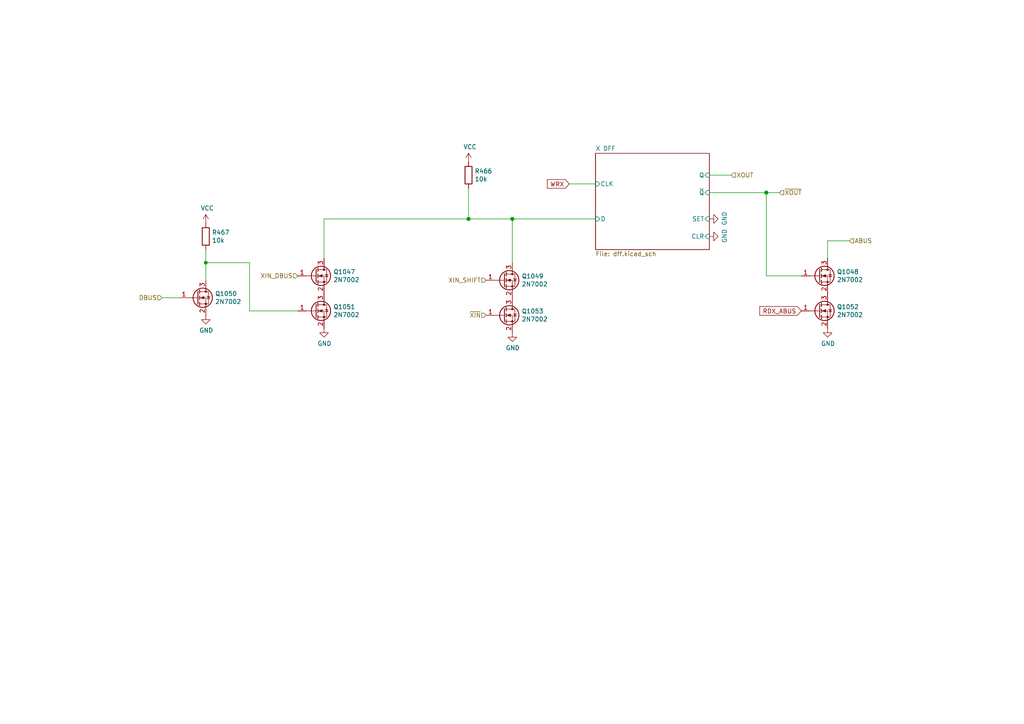
<source format=kicad_sch>
(kicad_sch (version 20210126) (generator eeschema)
  (paper "A4")
  (title_block (title "Q2 X Register Bit") (date "2021-02-05") (rev "1") (company "joewing.net"))
  (lib_symbols
    (symbol "Device:R" (pin_numbers hide) (pin_names (offset 0))
      (property "Reference" "R" (at 2.032 0 90))
      (property "Value" "R" (at 0 0 90))
      (symbol "R_0_1"
        (rectangle (start -1.016 -2.54) (end 1.016 2.54) (stroke (width 0.254)))
      )
      (symbol "R_1_1"
        (pin passive line (at 0 3.81 270) (length 1.27) (name "~") (number "1"))
        (pin passive line (at 0 -3.81 90) (length 1.27) (name "~") (number "2"))
      )
    )
    (symbol "Transistor_FET:2N7002" (pin_names hide)
      (property "Reference" "Q" (at 5.08 1.905 0))
      (property "Value" "2N7002" (at 5.08 0 0))
      (symbol "2N7002_0_1"
        (circle (center 1.651 0) (radius 2.794) (stroke (width 0.254)))
        (circle (center 2.54 -1.778) (radius 0.254) (fill (type outline)))
        (circle (center 2.54 1.778) (radius 0.254) (fill (type outline)))
        (polyline (pts (xy 0.254 0) (xy -2.54 0)))
        (polyline (pts (xy 0.254 1.905) (xy 0.254 -1.905)) (stroke (width 0.254)))
        (polyline (pts (xy 0.762 -1.27) (xy 0.762 -2.286)) (stroke (width 0.254)))
        (polyline (pts (xy 0.762 0.508) (xy 0.762 -0.508)) (stroke (width 0.254)))
        (polyline (pts (xy 0.762 2.286) (xy 0.762 1.27)) (stroke (width 0.254)))
        (polyline (pts (xy 2.54 2.54) (xy 2.54 1.778)))
        (polyline (pts (xy 2.54 -2.54) (xy 2.54 0) (xy 0.762 0)))
        (polyline (pts (xy 0.762 -1.778) (xy 3.302 -1.778) (xy 3.302 1.778) (xy 0.762 1.778)))
        (polyline (pts (xy 2.794 0.508) (xy 2.921 0.381) (xy 3.683 0.381) (xy 3.81 0.254)))
        (polyline (pts (xy 3.302 0.381) (xy 2.921 -0.254) (xy 3.683 -0.254) (xy 3.302 0.381)))
        (polyline (pts (xy 1.016 0) (xy 2.032 0.381) (xy 2.032 -0.381) (xy 1.016 0)) (fill (type outline)))
      )
      (symbol "2N7002_1_1"
        (pin input line (at -5.08 0 0) (length 2.54) (name "G") (number "1"))
        (pin passive line (at 2.54 -5.08 90) (length 2.54) (name "S") (number "2"))
        (pin passive line (at 2.54 5.08 270) (length 2.54) (name "D") (number "3"))
      )
    )
    (symbol "power:GND" (power) (pin_names (offset 0))
      (property "Value" "GND" (at 0 -3.81 0))
      (symbol "GND_0_1"
        (polyline (pts (xy 0 0) (xy 0 -1.27) (xy 1.27 -1.27) (xy 0 -2.54) (xy -1.27 -1.27) (xy 0 -1.27)))
      )
      (symbol "GND_1_1"
        (pin power_in line (at 0 0 270) (length 0) hide (name "GND") (number "1"))
      )
    )
    (symbol "power:VCC" (power) (pin_names (offset 0))
      (property "Value" "VCC" (at 0 3.81 0))
      (symbol "VCC_0_1"
        (polyline (pts (xy -0.762 1.27) (xy 0 2.54)))
        (polyline (pts (xy 0 0) (xy 0 2.54)))
        (polyline (pts (xy 0 2.54) (xy 0.762 1.27)))
      )
      (symbol "VCC_1_1"
        (pin power_in line (at 0 0 90) (length 0) hide (name "VCC") (number "1"))
      )
    )
  )
  (junction (at 59.69 76.2) (diameter 0.9144))
  (junction (at 135.89 63.5) (diameter 1.016))
  (junction (at 148.59 63.5) (diameter 1.016))
  (junction (at 222.25 55.88) (diameter 1.016))
  (wire (pts (xy 46.99 86.36) (xy 52.07 86.36)))
  (wire (pts (xy 59.69 72.39) (xy 59.69 76.2)))
  (wire (pts (xy 59.69 76.2) (xy 59.69 81.28)))
  (wire (pts (xy 59.69 76.2) (xy 72.39 76.2)))
  (wire (pts (xy 72.39 76.2) (xy 72.39 90.17)))
  (wire (pts (xy 72.39 90.17) (xy 86.36 90.17)))
  (wire (pts (xy 93.98 63.5) (xy 93.98 74.93)))
  (wire (pts (xy 93.98 63.5) (xy 135.89 63.5)))
  (wire (pts (xy 135.89 54.61) (xy 135.89 63.5)))
  (wire (pts (xy 135.89 63.5) (xy 148.59 63.5)))
  (wire (pts (xy 148.59 76.2) (xy 148.59 63.5)))
  (wire (pts (xy 165.1 53.34) (xy 172.72 53.34)))
  (wire (pts (xy 172.72 63.5) (xy 148.59 63.5)))
  (wire (pts (xy 205.74 55.88) (xy 222.25 55.88)))
  (wire (pts (xy 212.09 50.8) (xy 205.74 50.8)))
  (wire (pts (xy 222.25 55.88) (xy 222.25 80.01)))
  (wire (pts (xy 222.25 80.01) (xy 232.41 80.01)))
  (wire (pts (xy 226.06 55.88) (xy 222.25 55.88)))
  (wire (pts (xy 240.03 69.85) (xy 246.38 69.85)))
  (wire (pts (xy 240.03 74.93) (xy 240.03 69.85)))
  (global_label "WRX" (shape input) (at 165.1 53.34 180) (property "Intersheet References" "${INTERSHEET_REFS}" (effects hide)))
  (global_label "RDX_ABUS" (shape input) (at 232.41 90.17 180) (property "Intersheet References" "${INTERSHEET_REFS}" (effects hide)))
  (hierarchical_label "DBUS" (shape input) (at 46.99 86.36 180))
  (hierarchical_label "XIN_DBUS" (shape input) (at 86.36 80.01 180))
  (hierarchical_label "XIN_SHIFT" (shape input) (at 140.97 81.28 180))
  (hierarchical_label "~XIN" (shape input) (at 140.97 91.44 180))
  (hierarchical_label "XOUT" (shape input) (at 212.09 50.8 0))
  (hierarchical_label "~XOUT" (shape input) (at 226.06 55.88 0))
  (hierarchical_label "ABUS" (shape input) (at 246.38 69.85 0))
  (symbol (lib_id "power:VCC") (at 59.69 64.77 0)
    (property "Reference" "#PWR0950" (effects hide))
    (property "Value" "VCC" (at 60.1218 60.3758 0))
  )
  (symbol (lib_id "power:VCC") (at 135.89 46.99 0)
    (property "Reference" "#PWR0948" (effects hide))
    (property "Value" "VCC" (at 136.3218 42.5958 0))
  )
  (symbol (lib_id "power:GND") (at 59.69 91.44 0)
    (property "Reference" "#PWR0952" (effects hide))
    (property "Value" "GND" (at 59.817 95.8342 0))
  )
  (symbol (lib_id "power:GND") (at 93.98 95.25 0)
    (property "Reference" "#PWR0953" (effects hide))
    (property "Value" "GND" (at 94.107 99.6442 0))
  )
  (symbol (lib_id "power:GND") (at 148.59 96.52 0)
    (property "Reference" "#PWR0955" (effects hide))
    (property "Value" "GND" (at 148.717 100.9142 0))
  )
  (symbol (lib_id "power:GND") (at 205.74 63.5 90)
    (property "Reference" "#PWR0949" (effects hide))
    (property "Value" "GND" (at 210.1342 63.373 0))
  )
  (symbol (lib_id "power:GND") (at 205.74 68.58 90)
    (property "Reference" "#PWR0951" (effects hide))
    (property "Value" "GND" (at 210.1342 68.453 0))
  )
  (symbol (lib_id "power:GND") (at 240.03 95.25 0)
    (property "Reference" "#PWR0954" (effects hide))
    (property "Value" "GND" (at 240.157 99.6442 0))
  )
  (symbol (lib_id "Device:R") (at 59.69 68.58 0)
    (property "Reference" "R467" (at 61.468 67.4116 0) (effects (justify left)))
    (property "Value" "10k" (at 61.468 69.723 0) (effects (justify left)))
    (property "Footprint" "Resistor_SMD:R_0805_2012Metric" (effects hide))
    (property "LCSC" "C17414" (effects hide))
  )
  (symbol (lib_id "Device:R") (at 135.89 50.8 0)
    (property "Reference" "R466" (at 137.668 49.6316 0) (effects (justify left)))
    (property "Value" "10k" (at 137.668 51.943 0) (effects (justify left)))
    (property "Footprint" "Resistor_SMD:R_0805_2012Metric" (effects hide))
    (property "LCSC" "C17414" (effects hide))
  )
  (symbol (lib_id "Transistor_FET:2N7002") (at 57.15 86.36 0)
    (property "Reference" "Q1050" (at 62.3824 85.1916 0) (effects (justify left)))
    (property "Value" "2N7002" (at 62.3824 87.503 0) (effects (justify left)))
    (property "Footprint" "Package_TO_SOT_SMD:SOT-23" (effects hide))
    (property "Datasheet" "https://datasheet.lcsc.com/szlcsc/1908021731_Leshan-Radio-L2N7002SLT1G_C250818.pdf" (effects hide))
    (property "LCSC" "C250818" (effects hide))
  )
  (symbol (lib_id "Transistor_FET:2N7002") (at 91.44 80.01 0)
    (property "Reference" "Q1047" (at 96.6724 78.8416 0) (effects (justify left)))
    (property "Value" "2N7002" (at 96.6724 81.153 0) (effects (justify left)))
    (property "Footprint" "Package_TO_SOT_SMD:SOT-23" (effects hide))
    (property "Datasheet" "https://datasheet.lcsc.com/szlcsc/1908021731_Leshan-Radio-L2N7002SLT1G_C250818.pdf" (effects hide))
    (property "LCSC" "C250818" (effects hide))
  )
  (symbol (lib_id "Transistor_FET:2N7002") (at 91.44 90.17 0)
    (property "Reference" "Q1051" (at 96.6724 89.0016 0) (effects (justify left)))
    (property "Value" "2N7002" (at 96.6724 91.313 0) (effects (justify left)))
    (property "Footprint" "Package_TO_SOT_SMD:SOT-23" (effects hide))
    (property "Datasheet" "https://datasheet.lcsc.com/szlcsc/1908021731_Leshan-Radio-L2N7002SLT1G_C250818.pdf" (effects hide))
    (property "LCSC" "C250818" (effects hide))
  )
  (symbol (lib_id "Transistor_FET:2N7002") (at 146.05 81.28 0)
    (property "Reference" "Q1049" (at 151.2824 80.1116 0) (effects (justify left)))
    (property "Value" "2N7002" (at 151.2824 82.423 0) (effects (justify left)))
    (property "Footprint" "Package_TO_SOT_SMD:SOT-23" (effects hide))
    (property "Datasheet" "https://datasheet.lcsc.com/szlcsc/1908021731_Leshan-Radio-L2N7002SLT1G_C250818.pdf" (effects hide))
    (property "LCSC" "C250818" (effects hide))
  )
  (symbol (lib_id "Transistor_FET:2N7002") (at 146.05 91.44 0)
    (property "Reference" "Q1053" (at 151.2824 90.2716 0) (effects (justify left)))
    (property "Value" "2N7002" (at 151.2824 92.583 0) (effects (justify left)))
    (property "Footprint" "Package_TO_SOT_SMD:SOT-23" (effects hide))
    (property "Datasheet" "https://datasheet.lcsc.com/szlcsc/1908021731_Leshan-Radio-L2N7002SLT1G_C250818.pdf" (effects hide))
    (property "LCSC" "C250818" (effects hide))
  )
  (symbol (lib_id "Transistor_FET:2N7002") (at 237.49 80.01 0)
    (property "Reference" "Q1048" (at 242.7224 78.8416 0) (effects (justify left)))
    (property "Value" "2N7002" (at 242.7224 81.153 0) (effects (justify left)))
    (property "Footprint" "Package_TO_SOT_SMD:SOT-23" (effects hide))
    (property "Datasheet" "https://datasheet.lcsc.com/szlcsc/1908021731_Leshan-Radio-L2N7002SLT1G_C250818.pdf" (effects hide))
    (property "LCSC" "C250818" (effects hide))
  )
  (symbol (lib_id "Transistor_FET:2N7002") (at 237.49 90.17 0)
    (property "Reference" "Q1052" (at 242.7224 89.0016 0) (effects (justify left)))
    (property "Value" "2N7002" (at 242.7224 91.313 0) (effects (justify left)))
    (property "Footprint" "Package_TO_SOT_SMD:SOT-23" (effects hide))
    (property "Datasheet" "https://datasheet.lcsc.com/szlcsc/1908021731_Leshan-Radio-L2N7002SLT1G_C250818.pdf" (effects hide))
    (property "LCSC" "C250818" (effects hide))
  )
  (sheet (at 172.72 44.45) (size 33.02 27.94)
    (property "Sheet name" "X DFF" (at 172.72 43.8145 0) (effects (justify left bottom)))
    (property "Sheet file" "dff.kicad_sch" (at 172.72 72.8985 0) (effects (justify left top)))
    (pin "~Q" input (at 205.74 55.88 0))
    (pin "CLK" input (at 172.72 53.34 180))
    (pin "D" input (at 172.72 63.5 180))
    (pin "Q" input (at 205.74 50.8 0))
    (pin "SET" input (at 205.74 63.5 0))
    (pin "CLR" input (at 205.74 68.58 0))
  )
)
</source>
